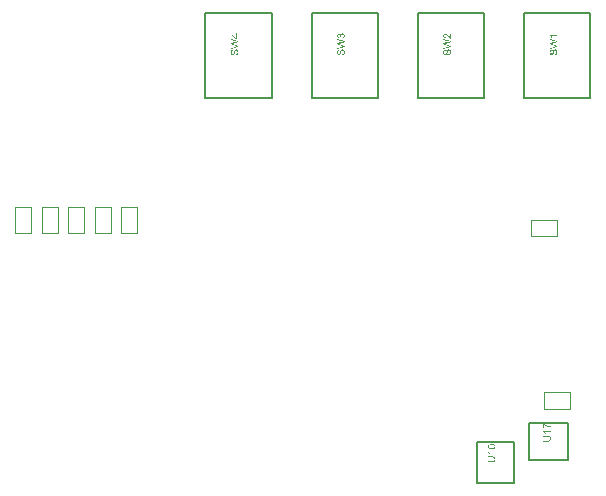
<source format=gbr>
%TF.GenerationSoftware,Altium Limited,Altium Designer,21.1.1 (26)*%
G04 Layer_Color=16711935*
%FSLAX45Y45*%
%MOMM*%
%TF.SameCoordinates,E9E44C67-710E-4D47-B277-6F884E921ACF*%
%TF.FilePolarity,Positive*%
%TF.FileFunction,Other,Top_Assembly*%
%TF.Part,Single*%
G01*
G75*
%TA.AperFunction,NonConductor*%
%ADD87C,0.20000*%
%ADD155C,0.10000*%
G36*
X7495230Y927643D02*
X7496340D01*
X7497542Y927551D01*
X7498836Y927458D01*
X7501794Y927181D01*
X7504846Y926719D01*
X7507804Y926164D01*
X7509191Y925794D01*
X7510578Y925332D01*
X7510670D01*
X7510855Y925239D01*
X7511225Y925055D01*
X7511687Y924870D01*
X7512334Y924685D01*
X7512982Y924315D01*
X7514553Y923575D01*
X7516218Y922651D01*
X7518067Y921449D01*
X7519731Y920062D01*
X7521303Y918398D01*
Y918305D01*
X7521488Y918213D01*
X7521673Y917935D01*
X7521857Y917566D01*
X7522135Y917103D01*
X7522505Y916641D01*
X7523152Y915254D01*
X7523799Y913590D01*
X7524446Y911648D01*
X7524816Y909337D01*
X7525001Y906841D01*
Y905916D01*
X7524908Y905269D01*
X7524816Y904529D01*
X7524631Y903605D01*
X7524446Y902588D01*
X7524169Y901478D01*
X7523799Y900369D01*
X7523429Y899167D01*
X7522874Y897965D01*
X7522227Y896763D01*
X7521488Y895561D01*
X7520563Y894359D01*
X7519546Y893250D01*
X7518437Y892233D01*
X7518344Y892140D01*
X7518067Y891955D01*
X7517604Y891678D01*
X7516865Y891216D01*
X7516033Y890753D01*
X7514923Y890291D01*
X7513629Y889644D01*
X7512150Y889089D01*
X7510485Y888534D01*
X7508544Y887980D01*
X7506417Y887425D01*
X7504013Y886963D01*
X7501425Y886500D01*
X7498651Y886223D01*
X7495600Y886038D01*
X7492364Y885946D01*
X7492272D01*
X7491902D01*
X7491255D01*
X7490515D01*
X7489498Y886038D01*
X7488388D01*
X7487186Y886131D01*
X7485800Y886223D01*
X7482933Y886500D01*
X7479882Y886963D01*
X7476831Y887517D01*
X7475445Y887887D01*
X7474058Y888257D01*
X7473965D01*
X7473780Y888350D01*
X7473411Y888534D01*
X7472948Y888719D01*
X7472301Y888904D01*
X7471654Y889274D01*
X7470082Y890014D01*
X7468418Y890938D01*
X7466661Y892140D01*
X7464905Y893527D01*
X7463425Y895191D01*
Y895284D01*
X7463240Y895376D01*
X7463055Y895654D01*
X7462871Y896023D01*
X7462501Y896486D01*
X7462223Y897040D01*
X7461484Y898427D01*
X7460836Y900091D01*
X7460189Y902033D01*
X7459819Y904344D01*
X7459635Y906841D01*
Y907673D01*
X7459727Y908690D01*
X7459912Y909892D01*
X7460189Y911279D01*
X7460559Y912758D01*
X7461021Y914330D01*
X7461761Y915809D01*
Y915901D01*
X7461854Y915994D01*
X7462131Y916456D01*
X7462593Y917196D01*
X7463240Y918120D01*
X7464165Y919137D01*
X7465182Y920247D01*
X7466384Y921264D01*
X7467771Y922281D01*
X7467956Y922373D01*
X7468418Y922743D01*
X7469250Y923113D01*
X7470452Y923760D01*
X7471839Y924315D01*
X7473411Y925055D01*
X7475260Y925702D01*
X7477294Y926256D01*
X7477386D01*
X7477571Y926349D01*
X7477848Y926441D01*
X7478311Y926534D01*
X7478865Y926626D01*
X7479513Y926719D01*
X7480345Y926904D01*
X7481269Y926996D01*
X7482286Y927181D01*
X7483396Y927273D01*
X7484690Y927366D01*
X7485985Y927551D01*
X7487464Y927643D01*
X7488943D01*
X7490607Y927736D01*
X7492364D01*
X7492456D01*
X7492826D01*
X7493473D01*
X7494213D01*
X7495230Y927643D01*
D02*
G37*
G36*
X7523891Y857931D02*
X7473873D01*
X7473965Y857839D01*
X7474335Y857377D01*
X7474890Y856822D01*
X7475537Y855897D01*
X7476369Y854880D01*
X7477294Y853586D01*
X7478311Y852107D01*
X7479328Y850443D01*
Y850350D01*
X7479420Y850258D01*
X7479790Y849703D01*
X7480252Y848778D01*
X7480807Y847669D01*
X7481454Y846374D01*
X7482101Y844988D01*
X7482749Y843601D01*
X7483303Y842214D01*
X7475722D01*
Y842306D01*
X7475537Y842491D01*
X7475445Y842861D01*
X7475167Y843323D01*
X7474890Y843878D01*
X7474520Y844525D01*
X7473595Y846097D01*
X7472578Y847946D01*
X7471284Y849795D01*
X7469805Y851737D01*
X7468233Y853679D01*
X7468141Y853771D01*
X7468048Y853863D01*
X7467771Y854141D01*
X7467493Y854511D01*
X7466569Y855343D01*
X7465459Y856452D01*
X7464165Y857562D01*
X7462686Y858764D01*
X7461206Y859781D01*
X7459635Y860705D01*
Y865790D01*
X7523891D01*
Y857931D01*
D02*
G37*
G36*
X7499298Y825202D02*
X7500223D01*
X7501332Y825110D01*
X7502442Y825017D01*
X7504938Y824740D01*
X7507527Y824370D01*
X7510023Y823815D01*
X7511225Y823445D01*
X7512334Y823076D01*
X7512427D01*
X7512612Y822983D01*
X7512889Y822798D01*
X7513259Y822613D01*
X7514276Y822059D01*
X7515570Y821226D01*
X7517050Y820117D01*
X7518529Y818823D01*
X7520101Y817158D01*
X7521488Y815124D01*
Y815032D01*
X7521673Y814847D01*
X7521765Y814570D01*
X7522042Y814107D01*
X7522320Y813553D01*
X7522597Y812813D01*
X7522874Y812073D01*
X7523244Y811149D01*
X7523614Y810132D01*
X7523891Y809022D01*
X7524169Y807820D01*
X7524446Y806433D01*
X7524631Y805047D01*
X7524816Y803567D01*
X7525001Y800239D01*
Y799407D01*
X7524908Y798760D01*
Y798020D01*
X7524816Y797095D01*
X7524724Y796078D01*
X7524631Y795061D01*
X7524261Y792750D01*
X7523707Y790254D01*
X7522967Y787850D01*
X7521950Y785538D01*
Y785446D01*
X7521765Y785261D01*
X7521580Y784984D01*
X7521395Y784614D01*
X7520656Y783597D01*
X7519639Y782395D01*
X7518344Y781008D01*
X7516865Y779714D01*
X7515016Y778419D01*
X7512982Y777402D01*
X7512889D01*
X7512704Y777310D01*
X7512334Y777217D01*
X7511872Y777032D01*
X7511317Y776848D01*
X7510578Y776663D01*
X7509746Y776385D01*
X7508729Y776200D01*
X7507619Y776015D01*
X7506417Y775738D01*
X7505123Y775553D01*
X7503736Y775368D01*
X7502164Y775183D01*
X7500500Y775091D01*
X7498743Y774998D01*
X7496894D01*
X7459912D01*
Y783504D01*
X7496894D01*
X7496987D01*
X7497264D01*
X7497726D01*
X7498281D01*
X7498928Y783597D01*
X7499760D01*
X7501517Y783689D01*
X7503551Y783874D01*
X7505585Y784152D01*
X7507527Y784521D01*
X7508359Y784706D01*
X7509191Y784984D01*
X7509376Y785076D01*
X7509838Y785261D01*
X7510485Y785723D01*
X7511410Y786278D01*
X7512334Y786925D01*
X7513351Y787850D01*
X7514369Y788959D01*
X7515201Y790254D01*
X7515293Y790439D01*
X7515570Y790901D01*
X7515848Y791733D01*
X7516218Y792842D01*
X7516680Y794137D01*
X7516957Y795801D01*
X7517235Y797558D01*
X7517327Y799499D01*
Y800424D01*
X7517235Y800979D01*
Y801811D01*
X7517142Y802643D01*
X7516772Y804677D01*
X7516310Y806896D01*
X7515570Y809022D01*
X7514553Y811056D01*
X7513906Y811981D01*
X7513167Y812813D01*
X7513074Y812905D01*
X7512982Y812998D01*
X7512704Y813183D01*
X7512334Y813460D01*
X7511780Y813738D01*
X7511225Y814107D01*
X7510393Y814477D01*
X7509561Y814847D01*
X7508544Y815217D01*
X7507342Y815494D01*
X7505955Y815864D01*
X7504476Y816141D01*
X7502812Y816419D01*
X7501055Y816604D01*
X7499021Y816789D01*
X7496894D01*
X7459912D01*
Y825295D01*
X7496894D01*
X7496987D01*
X7497357D01*
X7497819D01*
X7498466D01*
X7499298Y825202D01*
D02*
G37*
G36*
X5333044Y4396782D02*
X5348392D01*
Y4388923D01*
X5333044D01*
Y4361094D01*
X5325833D01*
X5284412Y4390403D01*
Y4396782D01*
X5325833D01*
Y4405473D01*
X5333044D01*
Y4396782D01*
D02*
G37*
G36*
X5348392Y4341493D02*
Y4333172D01*
X5299668Y4319766D01*
X5299575D01*
X5299390Y4319674D01*
X5299113Y4319581D01*
X5298651Y4319489D01*
X5297634Y4319212D01*
X5296432Y4318934D01*
X5295137Y4318564D01*
X5293935Y4318195D01*
X5292918Y4317917D01*
X5292456Y4317825D01*
X5292179Y4317732D01*
X5292271D01*
X5292364Y4317640D01*
X5292918Y4317547D01*
X5293750Y4317362D01*
X5294767Y4317085D01*
X5295877Y4316808D01*
X5297171Y4316438D01*
X5298466Y4316161D01*
X5299668Y4315791D01*
X5348392Y4302292D01*
Y4293416D01*
X5284412Y4276682D01*
Y4285465D01*
X5326387Y4294988D01*
X5326480D01*
X5326665Y4295081D01*
X5327035Y4295173D01*
X5327497Y4295265D01*
X5328144Y4295358D01*
X5328791Y4295543D01*
X5329623Y4295728D01*
X5330548Y4295913D01*
X5332489Y4296375D01*
X5334708Y4296837D01*
X5337112Y4297300D01*
X5339516Y4297762D01*
X5339424D01*
X5339054Y4297854D01*
X5338592Y4298039D01*
X5337852Y4298132D01*
X5337112Y4298317D01*
X5336188Y4298594D01*
X5334154Y4299056D01*
X5332120Y4299611D01*
X5331103Y4299796D01*
X5330178Y4300073D01*
X5329346Y4300258D01*
X5328606Y4300443D01*
X5328052Y4300628D01*
X5327682Y4300720D01*
X5284412Y4312832D01*
Y4323095D01*
X5316864Y4332155D01*
X5316957D01*
X5317419Y4332340D01*
X5318066Y4332525D01*
X5318898Y4332710D01*
X5320008Y4332988D01*
X5321210Y4333357D01*
X5322597Y4333727D01*
X5324168Y4334097D01*
X5325925Y4334559D01*
X5327682Y4334929D01*
X5331472Y4335761D01*
X5335448Y4336593D01*
X5339516Y4337241D01*
X5339424D01*
X5339239Y4337333D01*
X5338869D01*
X5338407Y4337518D01*
X5337852Y4337610D01*
X5337205Y4337795D01*
X5336373Y4337888D01*
X5335448Y4338165D01*
X5333414Y4338627D01*
X5331010Y4339182D01*
X5328421Y4339737D01*
X5325555Y4340476D01*
X5284412Y4350462D01*
Y4359060D01*
X5348392Y4341493D01*
D02*
G37*
G36*
X5332305Y4270765D02*
X5333599Y4270580D01*
X5335078Y4270210D01*
X5336650Y4269748D01*
X5338314Y4269008D01*
X5340071Y4267991D01*
X5340163D01*
X5340256Y4267898D01*
X5340811Y4267436D01*
X5341643Y4266789D01*
X5342567Y4265864D01*
X5343677Y4264663D01*
X5344879Y4263183D01*
X5345988Y4261519D01*
X5347005Y4259577D01*
Y4259485D01*
X5347098Y4259300D01*
X5347190Y4259023D01*
X5347375Y4258653D01*
X5347560Y4258098D01*
X5347837Y4257451D01*
X5348207Y4255972D01*
X5348669Y4254215D01*
X5349132Y4252089D01*
X5349409Y4249777D01*
X5349501Y4247281D01*
Y4245802D01*
X5349409Y4245062D01*
Y4244230D01*
X5349316Y4243305D01*
X5349224Y4242196D01*
X5348854Y4239884D01*
X5348484Y4237480D01*
X5347837Y4235077D01*
X5347005Y4232765D01*
Y4232673D01*
X5346913Y4232488D01*
X5346728Y4232210D01*
X5346543Y4231841D01*
X5345988Y4230731D01*
X5345156Y4229437D01*
X5344046Y4227958D01*
X5342752Y4226386D01*
X5341180Y4224906D01*
X5339424Y4223520D01*
X5339331D01*
X5339146Y4223335D01*
X5338869Y4223242D01*
X5338499Y4222965D01*
X5338037Y4222780D01*
X5337482Y4222503D01*
X5336095Y4221855D01*
X5334339Y4221208D01*
X5332397Y4220653D01*
X5330178Y4220284D01*
X5327867Y4220099D01*
X5327127Y4228050D01*
X5327219D01*
X5327312D01*
X5327589Y4228142D01*
X5327959D01*
X5328791Y4228327D01*
X5329993Y4228605D01*
X5331195Y4228975D01*
X5332582Y4229344D01*
X5333876Y4229992D01*
X5335078Y4230639D01*
X5335171Y4230731D01*
X5335541Y4231009D01*
X5336188Y4231471D01*
X5336835Y4232210D01*
X5337667Y4233135D01*
X5338499Y4234152D01*
X5339331Y4235539D01*
X5340071Y4237018D01*
Y4237111D01*
X5340163Y4237203D01*
X5340256Y4237480D01*
X5340348Y4237758D01*
X5340626Y4238682D01*
X5340995Y4239884D01*
X5341365Y4241364D01*
X5341643Y4243028D01*
X5341828Y4244877D01*
X5341920Y4246911D01*
Y4247743D01*
X5341828Y4248668D01*
X5341735Y4249777D01*
X5341550Y4251072D01*
X5341365Y4252551D01*
X5340995Y4254030D01*
X5340533Y4255417D01*
X5340441Y4255602D01*
X5340256Y4256064D01*
X5339886Y4256711D01*
X5339516Y4257543D01*
X5338869Y4258376D01*
X5338222Y4259300D01*
X5337482Y4260225D01*
X5336558Y4260964D01*
X5336465Y4261057D01*
X5336095Y4261242D01*
X5335633Y4261519D01*
X5334893Y4261889D01*
X5334154Y4262259D01*
X5333229Y4262536D01*
X5332212Y4262721D01*
X5331103Y4262813D01*
X5331010D01*
X5330548D01*
X5329993Y4262721D01*
X5329254Y4262629D01*
X5328514Y4262351D01*
X5327589Y4262074D01*
X5326665Y4261611D01*
X5325833Y4260964D01*
X5325740Y4260872D01*
X5325463Y4260594D01*
X5325093Y4260225D01*
X5324538Y4259577D01*
X5323984Y4258838D01*
X5323336Y4257821D01*
X5322689Y4256619D01*
X5322134Y4255232D01*
X5322042Y4255140D01*
X5321949Y4254677D01*
X5321672Y4253938D01*
X5321580Y4253475D01*
X5321395Y4252828D01*
X5321117Y4252181D01*
X5320932Y4251349D01*
X5320655Y4250424D01*
X5320378Y4249315D01*
X5320100Y4248205D01*
X5319731Y4246911D01*
X5319361Y4245432D01*
X5318991Y4243860D01*
Y4243767D01*
X5318898Y4243490D01*
X5318806Y4243028D01*
X5318621Y4242473D01*
X5318436Y4241733D01*
X5318251Y4240901D01*
X5317697Y4239052D01*
X5317049Y4237018D01*
X5316402Y4234892D01*
X5315755Y4233043D01*
X5315385Y4232210D01*
X5315015Y4231471D01*
Y4231378D01*
X5314923Y4231286D01*
X5314553Y4230731D01*
X5314091Y4229899D01*
X5313351Y4228975D01*
X5312519Y4227865D01*
X5311502Y4226756D01*
X5310300Y4225646D01*
X5309006Y4224722D01*
X5308821Y4224629D01*
X5308358Y4224352D01*
X5307619Y4223982D01*
X5306694Y4223612D01*
X5305492Y4223242D01*
X5304105Y4222872D01*
X5302626Y4222595D01*
X5301054Y4222503D01*
X5300962D01*
X5300870D01*
X5300592D01*
X5300222D01*
X5299298Y4222688D01*
X5298096Y4222872D01*
X5296709Y4223150D01*
X5295137Y4223612D01*
X5293565Y4224259D01*
X5291994Y4225184D01*
X5291901D01*
X5291809Y4225276D01*
X5291254Y4225739D01*
X5290514Y4226386D01*
X5289590Y4227218D01*
X5288573Y4228327D01*
X5287463Y4229714D01*
X5286446Y4231378D01*
X5285522Y4233228D01*
Y4233320D01*
X5285429Y4233505D01*
X5285337Y4233782D01*
X5285152Y4234152D01*
X5284967Y4234614D01*
X5284782Y4235262D01*
X5284412Y4236648D01*
X5284043Y4238405D01*
X5283673Y4240439D01*
X5283395Y4242566D01*
X5283303Y4244969D01*
Y4246171D01*
X5283395Y4246819D01*
Y4247466D01*
X5283580Y4249222D01*
X5283858Y4251164D01*
X5284320Y4253198D01*
X5284875Y4255417D01*
X5285614Y4257451D01*
Y4257543D01*
X5285707Y4257728D01*
X5285892Y4258006D01*
X5286077Y4258376D01*
X5286539Y4259300D01*
X5287371Y4260502D01*
X5288295Y4261889D01*
X5289497Y4263276D01*
X5290884Y4264570D01*
X5292456Y4265772D01*
X5292548D01*
X5292641Y4265864D01*
X5292918Y4266049D01*
X5293196Y4266234D01*
X5294120Y4266697D01*
X5295322Y4267251D01*
X5296801Y4267898D01*
X5298558Y4268361D01*
X5300407Y4268823D01*
X5302441Y4269008D01*
X5303088Y4260872D01*
X5302996D01*
X5302811D01*
X5302534Y4260779D01*
X5302071Y4260687D01*
X5301054Y4260410D01*
X5299668Y4260040D01*
X5298188Y4259485D01*
X5296709Y4258653D01*
X5295322Y4257636D01*
X5294028Y4256341D01*
X5293935Y4256157D01*
X5293565Y4255694D01*
X5293011Y4254770D01*
X5292456Y4253568D01*
X5291901Y4251996D01*
X5291347Y4250147D01*
X5290977Y4247836D01*
X5290884Y4245247D01*
Y4243952D01*
X5290977Y4243398D01*
X5291069Y4242658D01*
X5291254Y4240994D01*
X5291624Y4239145D01*
X5292086Y4237296D01*
X5292826Y4235539D01*
X5293288Y4234799D01*
X5293750Y4234060D01*
X5293843Y4233875D01*
X5294213Y4233505D01*
X5294860Y4232950D01*
X5295600Y4232395D01*
X5296617Y4231748D01*
X5297726Y4231193D01*
X5299020Y4230824D01*
X5300500Y4230639D01*
X5300685D01*
X5301054D01*
X5301702Y4230731D01*
X5302441Y4230916D01*
X5303366Y4231193D01*
X5304290Y4231656D01*
X5305215Y4232210D01*
X5306140Y4233043D01*
X5306232Y4233135D01*
X5306509Y4233597D01*
X5306787Y4233967D01*
X5306972Y4234337D01*
X5307249Y4234892D01*
X5307619Y4235539D01*
X5307896Y4236371D01*
X5308266Y4237296D01*
X5308636Y4238313D01*
X5309098Y4239515D01*
X5309468Y4240809D01*
X5309930Y4242288D01*
X5310300Y4243952D01*
X5310762Y4245802D01*
Y4245894D01*
X5310855Y4246264D01*
X5310947Y4246819D01*
X5311132Y4247466D01*
X5311317Y4248298D01*
X5311594Y4249315D01*
X5311872Y4250332D01*
X5312149Y4251441D01*
X5312796Y4253845D01*
X5313444Y4256157D01*
X5313813Y4257266D01*
X5314183Y4258283D01*
X5314461Y4259208D01*
X5314830Y4259947D01*
Y4260040D01*
X5314923Y4260225D01*
X5315108Y4260502D01*
X5315293Y4260872D01*
X5315847Y4261889D01*
X5316587Y4263091D01*
X5317604Y4264478D01*
X5318714Y4265864D01*
X5320008Y4267159D01*
X5321395Y4268268D01*
X5321580Y4268361D01*
X5322042Y4268731D01*
X5322874Y4269100D01*
X5323984Y4269655D01*
X5325278Y4270117D01*
X5326850Y4270580D01*
X5328606Y4270857D01*
X5330455Y4270950D01*
X5330548D01*
X5330640D01*
X5330918D01*
X5331288D01*
X5332305Y4270765D01*
D02*
G37*
G36*
X7935854Y1102830D02*
X7936039Y1102645D01*
X7936409Y1102275D01*
X7936964Y1101905D01*
X7937611Y1101351D01*
X7938351Y1100611D01*
X7939275Y1099871D01*
X7940385Y1099039D01*
X7941494Y1098207D01*
X7942789Y1097190D01*
X7944268Y1096173D01*
X7945747Y1095156D01*
X7947411Y1094047D01*
X7949168Y1092937D01*
X7951110Y1091828D01*
X7953051Y1090718D01*
X7953144Y1090626D01*
X7953513Y1090441D01*
X7954068Y1090163D01*
X7954900Y1089701D01*
X7955917Y1089239D01*
X7957027Y1088684D01*
X7958321Y1088037D01*
X7959800Y1087390D01*
X7961465Y1086650D01*
X7963129Y1085818D01*
X7964978Y1085078D01*
X7966920Y1084339D01*
X7970895Y1082859D01*
X7975148Y1081473D01*
X7975241D01*
X7975518Y1081380D01*
X7975980Y1081288D01*
X7976535Y1081103D01*
X7977275Y1080918D01*
X7978199Y1080733D01*
X7979216Y1080456D01*
X7980326Y1080271D01*
X7981620Y1079993D01*
X7983007Y1079716D01*
X7985965Y1079254D01*
X7989201Y1078791D01*
X7992715Y1078514D01*
Y1070470D01*
X7992622D01*
X7992345D01*
X7991975D01*
X7991420Y1070563D01*
X7990681D01*
X7989756Y1070655D01*
X7988739Y1070748D01*
X7987630Y1070840D01*
X7986335Y1071025D01*
X7985041Y1071210D01*
X7983469Y1071487D01*
X7981897Y1071765D01*
X7980233Y1072042D01*
X7978384Y1072412D01*
X7974593Y1073336D01*
X7974501D01*
X7974131Y1073429D01*
X7973576Y1073614D01*
X7972744Y1073891D01*
X7971820Y1074169D01*
X7970710Y1074538D01*
X7969416Y1074908D01*
X7968029Y1075463D01*
X7966457Y1076018D01*
X7964886Y1076572D01*
X7961372Y1077959D01*
X7957674Y1079623D01*
X7953976Y1081473D01*
X7953883Y1081565D01*
X7953513Y1081750D01*
X7953051Y1082027D01*
X7952312Y1082397D01*
X7951479Y1082859D01*
X7950462Y1083507D01*
X7949353Y1084154D01*
X7948151Y1084893D01*
X7945470Y1086650D01*
X7942696Y1088499D01*
X7939830Y1090626D01*
X7937149Y1092845D01*
Y1061502D01*
X7929567D01*
Y1102922D01*
X7935762D01*
X7935854Y1102830D01*
D02*
G37*
G36*
X7992715Y1032933D02*
X7942696D01*
X7942789Y1032841D01*
X7943158Y1032378D01*
X7943713Y1031824D01*
X7944360Y1030899D01*
X7945192Y1029882D01*
X7946117Y1028588D01*
X7947134Y1027108D01*
X7948151Y1025444D01*
Y1025352D01*
X7948243Y1025259D01*
X7948613Y1024705D01*
X7949076Y1023780D01*
X7949630Y1022671D01*
X7950277Y1021376D01*
X7950925Y1019989D01*
X7951572Y1018602D01*
X7952127Y1017216D01*
X7944545D01*
Y1017308D01*
X7944360Y1017493D01*
X7944268Y1017863D01*
X7943990Y1018325D01*
X7943713Y1018880D01*
X7943343Y1019527D01*
X7942419Y1021099D01*
X7941402Y1022948D01*
X7940107Y1024797D01*
X7938628Y1026739D01*
X7937056Y1028680D01*
X7936964Y1028773D01*
X7936871Y1028865D01*
X7936594Y1029142D01*
X7936317Y1029512D01*
X7935392Y1030344D01*
X7934283Y1031454D01*
X7932988Y1032563D01*
X7931509Y1033765D01*
X7930030Y1034782D01*
X7928458Y1035707D01*
Y1040792D01*
X7992715D01*
Y1032933D01*
D02*
G37*
G36*
X7968121Y1000204D02*
X7969046D01*
X7970156Y1000111D01*
X7971265Y1000019D01*
X7973761Y999741D01*
X7976350Y999372D01*
X7978846Y998817D01*
X7980048Y998447D01*
X7981158Y998077D01*
X7981250D01*
X7981435Y997985D01*
X7981713Y997800D01*
X7982082Y997615D01*
X7983099Y997060D01*
X7984394Y996228D01*
X7985873Y995119D01*
X7987352Y993824D01*
X7988924Y992160D01*
X7990311Y990126D01*
Y990034D01*
X7990496Y989849D01*
X7990588Y989571D01*
X7990866Y989109D01*
X7991143Y988554D01*
X7991420Y987815D01*
X7991698Y987075D01*
X7992068Y986150D01*
X7992437Y985133D01*
X7992715Y984024D01*
X7992992Y982822D01*
X7993270Y981435D01*
X7993454Y980048D01*
X7993639Y978569D01*
X7993824Y975241D01*
Y974409D01*
X7993732Y973761D01*
Y973022D01*
X7993639Y972097D01*
X7993547Y971080D01*
X7993454Y970063D01*
X7993085Y967752D01*
X7992530Y965255D01*
X7991790Y962852D01*
X7990773Y960540D01*
Y960448D01*
X7990588Y960263D01*
X7990403Y959985D01*
X7990218Y959616D01*
X7989479Y958599D01*
X7988462Y957397D01*
X7987167Y956010D01*
X7985688Y954715D01*
X7983839Y953421D01*
X7981805Y952404D01*
X7981713D01*
X7981528Y952312D01*
X7981158Y952219D01*
X7980695Y952034D01*
X7980141Y951849D01*
X7979401Y951664D01*
X7978569Y951387D01*
X7977552Y951202D01*
X7976443Y951017D01*
X7975241Y950740D01*
X7973946Y950555D01*
X7972559Y950370D01*
X7970988Y950185D01*
X7969323Y950093D01*
X7967567Y950000D01*
X7965718D01*
X7928735D01*
Y958506D01*
X7965718D01*
X7965810D01*
X7966087D01*
X7966550D01*
X7967104D01*
X7967752Y958599D01*
X7968584D01*
X7970340Y958691D01*
X7972374Y958876D01*
X7974408Y959153D01*
X7976350Y959523D01*
X7977182Y959708D01*
X7978014Y959985D01*
X7978199Y960078D01*
X7978661Y960263D01*
X7979309Y960725D01*
X7980233Y961280D01*
X7981158Y961927D01*
X7982175Y962852D01*
X7983192Y963961D01*
X7984024Y965255D01*
X7984116Y965440D01*
X7984394Y965903D01*
X7984671Y966735D01*
X7985041Y967844D01*
X7985503Y969139D01*
X7985781Y970803D01*
X7986058Y972559D01*
X7986150Y974501D01*
Y975426D01*
X7986058Y975980D01*
Y976812D01*
X7985965Y977644D01*
X7985596Y979679D01*
X7985133Y981897D01*
X7984394Y984024D01*
X7983377Y986058D01*
X7982730Y986983D01*
X7981990Y987815D01*
X7981897Y987907D01*
X7981805Y988000D01*
X7981528Y988184D01*
X7981158Y988462D01*
X7980603Y988739D01*
X7980048Y989109D01*
X7979216Y989479D01*
X7978384Y989849D01*
X7977367Y990218D01*
X7976165Y990496D01*
X7974778Y990866D01*
X7973299Y991143D01*
X7971635Y991420D01*
X7969878Y991605D01*
X7967844Y991790D01*
X7965718D01*
X7928735D01*
Y1000296D01*
X7965718D01*
X7965810D01*
X7966180D01*
X7966642D01*
X7967289D01*
X7968121Y1000204D01*
D02*
G37*
G36*
X6230917Y4405658D02*
X6231657Y4405565D01*
X6232489Y4405380D01*
X6233414Y4405195D01*
X6234431Y4405010D01*
X6236650Y4404271D01*
X6237852Y4403716D01*
X6238961Y4403161D01*
X6240163Y4402422D01*
X6241365Y4401590D01*
X6242567Y4400665D01*
X6243676Y4399556D01*
X6243769Y4399463D01*
X6243954Y4399278D01*
X6244231Y4398908D01*
X6244601Y4398446D01*
X6245063Y4397891D01*
X6245525Y4397152D01*
X6246080Y4396320D01*
X6246542Y4395303D01*
X6247097Y4394286D01*
X6247652Y4393084D01*
X6248114Y4391882D01*
X6248577Y4390495D01*
X6248946Y4389016D01*
X6249224Y4387444D01*
X6249409Y4385872D01*
X6249501Y4384115D01*
Y4383283D01*
X6249409Y4382729D01*
X6249316Y4381989D01*
X6249224Y4381157D01*
X6249039Y4380232D01*
X6248854Y4379215D01*
X6248299Y4376996D01*
X6247375Y4374685D01*
X6246820Y4373483D01*
X6246173Y4372374D01*
X6245341Y4371264D01*
X6244508Y4370155D01*
X6244416Y4370062D01*
X6244231Y4369877D01*
X6243954Y4369600D01*
X6243584Y4369322D01*
X6243122Y4368860D01*
X6242474Y4368398D01*
X6241827Y4367843D01*
X6240995Y4367288D01*
X6240071Y4366734D01*
X6239146Y4366179D01*
X6236927Y4365162D01*
X6234338Y4364330D01*
X6232951Y4364052D01*
X6231472Y4363868D01*
X6230455Y4371726D01*
X6230548D01*
X6230733Y4371819D01*
X6231102Y4371911D01*
X6231565Y4372004D01*
X6232119Y4372096D01*
X6232767Y4372281D01*
X6234153Y4372743D01*
X6235818Y4373391D01*
X6237389Y4374223D01*
X6238869Y4375147D01*
X6240163Y4376257D01*
X6240255Y4376442D01*
X6240625Y4376811D01*
X6241088Y4377551D01*
X6241550Y4378476D01*
X6242105Y4379585D01*
X6242567Y4380972D01*
X6242937Y4382544D01*
X6243029Y4384208D01*
Y4384763D01*
X6242937Y4385132D01*
X6242844Y4386149D01*
X6242567Y4387444D01*
X6242105Y4388923D01*
X6241457Y4390495D01*
X6240533Y4392067D01*
X6239238Y4393546D01*
X6239054Y4393731D01*
X6238499Y4394193D01*
X6237667Y4394748D01*
X6236557Y4395488D01*
X6235170Y4396227D01*
X6233599Y4396782D01*
X6231750Y4397244D01*
X6229716Y4397429D01*
X6229623D01*
X6229438D01*
X6229161D01*
X6228791Y4397337D01*
X6227774Y4397244D01*
X6226572Y4396967D01*
X6225093Y4396597D01*
X6223613Y4395950D01*
X6222134Y4395025D01*
X6220747Y4393823D01*
X6220562Y4393638D01*
X6220193Y4393176D01*
X6219638Y4392436D01*
X6218991Y4391419D01*
X6218343Y4390125D01*
X6217789Y4388553D01*
X6217419Y4386797D01*
X6217234Y4384855D01*
Y4384023D01*
X6217326Y4383376D01*
X6217419Y4382544D01*
X6217604Y4381619D01*
X6217789Y4380510D01*
X6218066Y4379308D01*
X6211132Y4380232D01*
Y4380695D01*
X6211224Y4381064D01*
Y4382266D01*
X6211039Y4383283D01*
X6210854Y4384485D01*
X6210577Y4385872D01*
X6210115Y4387444D01*
X6209468Y4388923D01*
X6208636Y4390495D01*
Y4390587D01*
X6208543Y4390680D01*
X6208173Y4391142D01*
X6207526Y4391789D01*
X6206694Y4392529D01*
X6205492Y4393269D01*
X6204105Y4393916D01*
X6202533Y4394378D01*
X6201609Y4394563D01*
X6200592D01*
X6200499D01*
X6200407D01*
X6199852D01*
X6199113Y4394378D01*
X6198096Y4394193D01*
X6196986Y4393823D01*
X6195784Y4393361D01*
X6194582Y4392621D01*
X6193473Y4391604D01*
X6193380Y4391512D01*
X6193010Y4391050D01*
X6192548Y4390402D01*
X6191993Y4389570D01*
X6191531Y4388461D01*
X6191069Y4387166D01*
X6190699Y4385687D01*
X6190607Y4384023D01*
Y4383283D01*
X6190792Y4382451D01*
X6190976Y4381342D01*
X6191346Y4380140D01*
X6191809Y4378938D01*
X6192548Y4377644D01*
X6193473Y4376442D01*
X6193565Y4376349D01*
X6194027Y4375979D01*
X6194675Y4375425D01*
X6195599Y4374777D01*
X6196801Y4374130D01*
X6198280Y4373483D01*
X6200037Y4372928D01*
X6202071Y4372558D01*
X6200684Y4364700D01*
X6200592D01*
X6200314Y4364792D01*
X6199945Y4364885D01*
X6199390Y4364977D01*
X6198743Y4365162D01*
X6198003Y4365439D01*
X6196246Y4365994D01*
X6194212Y4366919D01*
X6192178Y4368028D01*
X6190237Y4369415D01*
X6188480Y4371172D01*
X6188388Y4371264D01*
X6188295Y4371449D01*
X6188110Y4371726D01*
X6187833Y4372096D01*
X6187463Y4372558D01*
X6187093Y4373206D01*
X6186723Y4373853D01*
X6186261Y4374685D01*
X6185522Y4376534D01*
X6184782Y4378661D01*
X6184320Y4381157D01*
X6184135Y4382451D01*
Y4384763D01*
X6184227Y4385780D01*
X6184412Y4386982D01*
X6184689Y4388461D01*
X6185152Y4390125D01*
X6185706Y4391789D01*
X6186446Y4393453D01*
Y4393546D01*
X6186539Y4393638D01*
X6186816Y4394193D01*
X6187371Y4395025D01*
X6188018Y4395950D01*
X6188942Y4397059D01*
X6189959Y4398169D01*
X6191161Y4399278D01*
X6192548Y4400203D01*
X6192733Y4400295D01*
X6193195Y4400573D01*
X6194027Y4400942D01*
X6195045Y4401405D01*
X6196246Y4401867D01*
X6197633Y4402237D01*
X6199205Y4402514D01*
X6200777Y4402607D01*
X6200962D01*
X6201516D01*
X6202256Y4402514D01*
X6203273Y4402329D01*
X6204475Y4402052D01*
X6205769Y4401590D01*
X6207064Y4401035D01*
X6208358Y4400295D01*
X6208543Y4400203D01*
X6208913Y4399925D01*
X6209560Y4399371D01*
X6210300Y4398631D01*
X6211132Y4397706D01*
X6212056Y4396597D01*
X6212889Y4395303D01*
X6213721Y4393731D01*
Y4393823D01*
X6213813Y4394008D01*
X6213906Y4394286D01*
X6213998Y4394655D01*
X6214368Y4395672D01*
X6214923Y4396967D01*
X6215662Y4398446D01*
X6216587Y4399925D01*
X6217789Y4401312D01*
X6219176Y4402607D01*
X6219360Y4402699D01*
X6219915Y4403069D01*
X6220840Y4403624D01*
X6222042Y4404178D01*
X6223521Y4404733D01*
X6225278Y4405288D01*
X6227312Y4405658D01*
X6229531Y4405750D01*
X6229623D01*
X6229900D01*
X6230363D01*
X6230917Y4405658D01*
D02*
G37*
G36*
X6248392Y4341493D02*
Y4333172D01*
X6199667Y4319766D01*
X6199575D01*
X6199390Y4319674D01*
X6199113Y4319581D01*
X6198650Y4319489D01*
X6197633Y4319211D01*
X6196431Y4318934D01*
X6195137Y4318564D01*
X6193935Y4318194D01*
X6192918Y4317917D01*
X6192456Y4317824D01*
X6192178Y4317732D01*
X6192271D01*
X6192363Y4317640D01*
X6192918Y4317547D01*
X6193750Y4317362D01*
X6194767Y4317085D01*
X6195877Y4316807D01*
X6197171Y4316438D01*
X6198465Y4316160D01*
X6199667Y4315790D01*
X6248392Y4302292D01*
Y4293416D01*
X6184412Y4276682D01*
Y4285465D01*
X6226387Y4294988D01*
X6226480D01*
X6226664Y4295080D01*
X6227034Y4295173D01*
X6227497Y4295265D01*
X6228144Y4295358D01*
X6228791Y4295543D01*
X6229623Y4295728D01*
X6230548Y4295912D01*
X6232489Y4296375D01*
X6234708Y4296837D01*
X6237112Y4297299D01*
X6239516Y4297762D01*
X6239423D01*
X6239054Y4297854D01*
X6238591Y4298039D01*
X6237852Y4298131D01*
X6237112Y4298316D01*
X6236187Y4298594D01*
X6234153Y4299056D01*
X6232119Y4299611D01*
X6231102Y4299796D01*
X6230178Y4300073D01*
X6229346Y4300258D01*
X6228606Y4300443D01*
X6228051Y4300628D01*
X6227681Y4300720D01*
X6184412Y4312832D01*
Y4323094D01*
X6216864Y4332155D01*
X6216957D01*
X6217419Y4332340D01*
X6218066Y4332525D01*
X6218898Y4332710D01*
X6220008Y4332987D01*
X6221210Y4333357D01*
X6222596Y4333727D01*
X6224168Y4334097D01*
X6225925Y4334559D01*
X6227681Y4334929D01*
X6231472Y4335761D01*
X6235448Y4336593D01*
X6239516Y4337240D01*
X6239423D01*
X6239238Y4337333D01*
X6238869D01*
X6238406Y4337518D01*
X6237852Y4337610D01*
X6237204Y4337795D01*
X6236372Y4337887D01*
X6235448Y4338165D01*
X6233414Y4338627D01*
X6231010Y4339182D01*
X6228421Y4339737D01*
X6225555Y4340476D01*
X6184412Y4350461D01*
Y4359060D01*
X6248392Y4341493D01*
D02*
G37*
G36*
X6232304Y4270764D02*
X6233599Y4270579D01*
X6235078Y4270210D01*
X6236650Y4269747D01*
X6238314Y4269008D01*
X6240071Y4267991D01*
X6240163D01*
X6240255Y4267898D01*
X6240810Y4267436D01*
X6241642Y4266789D01*
X6242567Y4265864D01*
X6243676Y4264662D01*
X6244878Y4263183D01*
X6245988Y4261519D01*
X6247005Y4259577D01*
Y4259485D01*
X6247097Y4259300D01*
X6247190Y4259022D01*
X6247375Y4258653D01*
X6247560Y4258098D01*
X6247837Y4257451D01*
X6248207Y4255971D01*
X6248669Y4254215D01*
X6249131Y4252088D01*
X6249409Y4249777D01*
X6249501Y4247281D01*
Y4245801D01*
X6249409Y4245062D01*
Y4244230D01*
X6249316Y4243305D01*
X6249224Y4242195D01*
X6248854Y4239884D01*
X6248484Y4237480D01*
X6247837Y4235076D01*
X6247005Y4232765D01*
Y4232673D01*
X6246912Y4232488D01*
X6246727Y4232210D01*
X6246542Y4231840D01*
X6245988Y4230731D01*
X6245156Y4229437D01*
X6244046Y4227957D01*
X6242752Y4226386D01*
X6241180Y4224906D01*
X6239423Y4223519D01*
X6239331D01*
X6239146Y4223334D01*
X6238869Y4223242D01*
X6238499Y4222965D01*
X6238037Y4222780D01*
X6237482Y4222502D01*
X6236095Y4221855D01*
X6234338Y4221208D01*
X6232397Y4220653D01*
X6230178Y4220283D01*
X6227866Y4220098D01*
X6227127Y4228050D01*
X6227219D01*
X6227312D01*
X6227589Y4228142D01*
X6227959D01*
X6228791Y4228327D01*
X6229993Y4228604D01*
X6231195Y4228974D01*
X6232582Y4229344D01*
X6233876Y4229991D01*
X6235078Y4230638D01*
X6235170Y4230731D01*
X6235540Y4231008D01*
X6236187Y4231471D01*
X6236835Y4232210D01*
X6237667Y4233135D01*
X6238499Y4234152D01*
X6239331Y4235539D01*
X6240071Y4237018D01*
Y4237110D01*
X6240163Y4237203D01*
X6240255Y4237480D01*
X6240348Y4237758D01*
X6240625Y4238682D01*
X6240995Y4239884D01*
X6241365Y4241363D01*
X6241642Y4243028D01*
X6241827Y4244877D01*
X6241920Y4246911D01*
Y4247743D01*
X6241827Y4248667D01*
X6241735Y4249777D01*
X6241550Y4251071D01*
X6241365Y4252551D01*
X6240995Y4254030D01*
X6240533Y4255417D01*
X6240440Y4255602D01*
X6240255Y4256064D01*
X6239886Y4256711D01*
X6239516Y4257543D01*
X6238869Y4258375D01*
X6238221Y4259300D01*
X6237482Y4260224D01*
X6236557Y4260964D01*
X6236465Y4261057D01*
X6236095Y4261241D01*
X6235633Y4261519D01*
X6234893Y4261889D01*
X6234153Y4262258D01*
X6233229Y4262536D01*
X6232212Y4262721D01*
X6231102Y4262813D01*
X6231010D01*
X6230548D01*
X6229993Y4262721D01*
X6229253Y4262628D01*
X6228514Y4262351D01*
X6227589Y4262074D01*
X6226664Y4261611D01*
X6225832Y4260964D01*
X6225740Y4260872D01*
X6225463Y4260594D01*
X6225093Y4260224D01*
X6224538Y4259577D01*
X6223983Y4258838D01*
X6223336Y4257821D01*
X6222689Y4256619D01*
X6222134Y4255232D01*
X6222042Y4255139D01*
X6221949Y4254677D01*
X6221672Y4253937D01*
X6221579Y4253475D01*
X6221394Y4252828D01*
X6221117Y4252181D01*
X6220932Y4251349D01*
X6220655Y4250424D01*
X6220377Y4249315D01*
X6220100Y4248205D01*
X6219730Y4246911D01*
X6219360Y4245431D01*
X6218991Y4243860D01*
Y4243767D01*
X6218898Y4243490D01*
X6218806Y4243028D01*
X6218621Y4242473D01*
X6218436Y4241733D01*
X6218251Y4240901D01*
X6217696Y4239052D01*
X6217049Y4237018D01*
X6216402Y4234891D01*
X6215755Y4233042D01*
X6215385Y4232210D01*
X6215015Y4231471D01*
Y4231378D01*
X6214923Y4231286D01*
X6214553Y4230731D01*
X6214090Y4229899D01*
X6213351Y4228974D01*
X6212519Y4227865D01*
X6211502Y4226755D01*
X6210300Y4225646D01*
X6209005Y4224721D01*
X6208820Y4224629D01*
X6208358Y4224351D01*
X6207619Y4223982D01*
X6206694Y4223612D01*
X6205492Y4223242D01*
X6204105Y4222872D01*
X6202626Y4222595D01*
X6201054Y4222502D01*
X6200962D01*
X6200869D01*
X6200592D01*
X6200222D01*
X6199297Y4222687D01*
X6198096Y4222872D01*
X6196709Y4223150D01*
X6195137Y4223612D01*
X6193565Y4224259D01*
X6191993Y4225184D01*
X6191901D01*
X6191809Y4225276D01*
X6191254Y4225738D01*
X6190514Y4226386D01*
X6189590Y4227218D01*
X6188573Y4228327D01*
X6187463Y4229714D01*
X6186446Y4231378D01*
X6185522Y4233227D01*
Y4233320D01*
X6185429Y4233505D01*
X6185337Y4233782D01*
X6185152Y4234152D01*
X6184967Y4234614D01*
X6184782Y4235261D01*
X6184412Y4236648D01*
X6184042Y4238405D01*
X6183672Y4240439D01*
X6183395Y4242565D01*
X6183303Y4244969D01*
Y4246171D01*
X6183395Y4246818D01*
Y4247465D01*
X6183580Y4249222D01*
X6183857Y4251164D01*
X6184320Y4253198D01*
X6184874Y4255417D01*
X6185614Y4257451D01*
Y4257543D01*
X6185706Y4257728D01*
X6185891Y4258005D01*
X6186076Y4258375D01*
X6186539Y4259300D01*
X6187371Y4260502D01*
X6188295Y4261889D01*
X6189497Y4263275D01*
X6190884Y4264570D01*
X6192456Y4265772D01*
X6192548D01*
X6192641Y4265864D01*
X6192918Y4266049D01*
X6193195Y4266234D01*
X6194120Y4266696D01*
X6195322Y4267251D01*
X6196801Y4267898D01*
X6198558Y4268361D01*
X6200407Y4268823D01*
X6202441Y4269008D01*
X6203088Y4260872D01*
X6202996D01*
X6202811D01*
X6202533Y4260779D01*
X6202071Y4260687D01*
X6201054Y4260409D01*
X6199667Y4260039D01*
X6198188Y4259485D01*
X6196709Y4258653D01*
X6195322Y4257636D01*
X6194027Y4256341D01*
X6193935Y4256156D01*
X6193565Y4255694D01*
X6193010Y4254769D01*
X6192456Y4253568D01*
X6191901Y4251996D01*
X6191346Y4250147D01*
X6190976Y4247835D01*
X6190884Y4245247D01*
Y4243952D01*
X6190976Y4243397D01*
X6191069Y4242658D01*
X6191254Y4240994D01*
X6191624Y4239144D01*
X6192086Y4237295D01*
X6192826Y4235539D01*
X6193288Y4234799D01*
X6193750Y4234059D01*
X6193843Y4233874D01*
X6194212Y4233505D01*
X6194860Y4232950D01*
X6195599Y4232395D01*
X6196616Y4231748D01*
X6197726Y4231193D01*
X6199020Y4230823D01*
X6200499Y4230638D01*
X6200684D01*
X6201054D01*
X6201701Y4230731D01*
X6202441Y4230916D01*
X6203366Y4231193D01*
X6204290Y4231655D01*
X6205215Y4232210D01*
X6206139Y4233042D01*
X6206232Y4233135D01*
X6206509Y4233597D01*
X6206786Y4233967D01*
X6206971Y4234337D01*
X6207249Y4234891D01*
X6207619Y4235539D01*
X6207896Y4236371D01*
X6208266Y4237295D01*
X6208636Y4238312D01*
X6209098Y4239514D01*
X6209468Y4240809D01*
X6209930Y4242288D01*
X6210300Y4243952D01*
X6210762Y4245801D01*
Y4245894D01*
X6210854Y4246264D01*
X6210947Y4246818D01*
X6211132Y4247465D01*
X6211317Y4248298D01*
X6211594Y4249315D01*
X6211871Y4250332D01*
X6212149Y4251441D01*
X6212796Y4253845D01*
X6213443Y4256156D01*
X6213813Y4257266D01*
X6214183Y4258283D01*
X6214460Y4259207D01*
X6214830Y4259947D01*
Y4260039D01*
X6214923Y4260224D01*
X6215107Y4260502D01*
X6215292Y4260872D01*
X6215847Y4261889D01*
X6216587Y4263091D01*
X6217604Y4264477D01*
X6218713Y4265864D01*
X6220008Y4267159D01*
X6221394Y4268268D01*
X6221579Y4268361D01*
X6222042Y4268730D01*
X6222874Y4269100D01*
X6223983Y4269655D01*
X6225278Y4270117D01*
X6226849Y4270579D01*
X6228606Y4270857D01*
X6230455Y4270949D01*
X6230548D01*
X6230640D01*
X6230917D01*
X6231287D01*
X6232304Y4270764D01*
D02*
G37*
G36*
X7148392Y4362666D02*
X7148299D01*
X7147930D01*
X7147375D01*
X7146635Y4362758D01*
X7145803Y4362851D01*
X7144879Y4363036D01*
X7143954Y4363221D01*
X7142937Y4363590D01*
X7142844D01*
X7142752Y4363683D01*
X7142197Y4363868D01*
X7141365Y4364238D01*
X7140256Y4364792D01*
X7138961Y4365532D01*
X7137482Y4366457D01*
X7136003Y4367474D01*
X7134431Y4368768D01*
X7134339D01*
X7134246Y4368953D01*
X7133691Y4369415D01*
X7132859Y4370247D01*
X7131657Y4371449D01*
X7130270Y4372836D01*
X7128606Y4374593D01*
X7126757Y4376719D01*
X7124816Y4379031D01*
X7124723Y4379123D01*
X7124446Y4379493D01*
X7123983Y4380048D01*
X7123429Y4380695D01*
X7122689Y4381527D01*
X7121857Y4382544D01*
X7120932Y4383561D01*
X7119915Y4384763D01*
X7117696Y4387074D01*
X7115478Y4389386D01*
X7114368Y4390495D01*
X7113259Y4391512D01*
X7112242Y4392437D01*
X7111225Y4393176D01*
X7111132D01*
X7111040Y4393361D01*
X7110762Y4393546D01*
X7110392Y4393731D01*
X7109375Y4394378D01*
X7108173Y4395118D01*
X7106694Y4395765D01*
X7105122Y4396412D01*
X7103366Y4396782D01*
X7101702Y4396967D01*
X7101609D01*
X7101517D01*
X7100962Y4396875D01*
X7100037Y4396782D01*
X7099020Y4396505D01*
X7097726Y4396135D01*
X7096432Y4395488D01*
X7095137Y4394656D01*
X7093843Y4393546D01*
X7093658Y4393361D01*
X7093288Y4392899D01*
X7092826Y4392252D01*
X7092179Y4391235D01*
X7091624Y4389940D01*
X7091069Y4388461D01*
X7090699Y4386704D01*
X7090607Y4384763D01*
Y4384208D01*
X7090699Y4383838D01*
X7090792Y4382729D01*
X7091069Y4381434D01*
X7091439Y4380048D01*
X7092086Y4378476D01*
X7092918Y4376997D01*
X7094028Y4375610D01*
X7094213Y4375425D01*
X7094675Y4375055D01*
X7095415Y4374500D01*
X7096524Y4373946D01*
X7097818Y4373298D01*
X7099483Y4372744D01*
X7101332Y4372374D01*
X7103458Y4372189D01*
X7102626Y4364145D01*
X7102534D01*
X7102256Y4364238D01*
X7101794D01*
X7101147Y4364330D01*
X7100407Y4364515D01*
X7099575Y4364700D01*
X7098558Y4364977D01*
X7097541Y4365255D01*
X7095322Y4365994D01*
X7093103Y4367104D01*
X7091994Y4367751D01*
X7090884Y4368583D01*
X7089867Y4369415D01*
X7088943Y4370340D01*
X7088850Y4370432D01*
X7088758Y4370617D01*
X7088480Y4370894D01*
X7088203Y4371357D01*
X7087833Y4371911D01*
X7087463Y4372559D01*
X7087001Y4373298D01*
X7086539Y4374223D01*
X7086077Y4375240D01*
X7085614Y4376349D01*
X7085244Y4377551D01*
X7084875Y4378846D01*
X7084597Y4380233D01*
X7084320Y4381712D01*
X7084227Y4383284D01*
X7084135Y4384948D01*
Y4385872D01*
X7084227Y4386520D01*
X7084320Y4387259D01*
X7084412Y4388184D01*
X7084597Y4389201D01*
X7084782Y4390218D01*
X7085429Y4392622D01*
X7086354Y4395025D01*
X7086909Y4396227D01*
X7087556Y4397429D01*
X7088388Y4398539D01*
X7089312Y4399556D01*
X7089405Y4399648D01*
X7089497Y4399833D01*
X7089867Y4400018D01*
X7090237Y4400388D01*
X7090699Y4400850D01*
X7091346Y4401313D01*
X7091994Y4401775D01*
X7092826Y4402330D01*
X7094582Y4403254D01*
X7096801Y4404179D01*
X7097911Y4404548D01*
X7099205Y4404733D01*
X7100500Y4404918D01*
X7101886Y4405011D01*
X7102071D01*
X7102534D01*
X7103273Y4404918D01*
X7104290Y4404826D01*
X7105400Y4404641D01*
X7106694Y4404271D01*
X7108081Y4403901D01*
X7109468Y4403347D01*
X7109653Y4403254D01*
X7110115Y4403069D01*
X7110855Y4402699D01*
X7111872Y4402145D01*
X7112981Y4401405D01*
X7114368Y4400480D01*
X7115755Y4399371D01*
X7117327Y4398077D01*
X7117512Y4397892D01*
X7118066Y4397429D01*
X7118529Y4396967D01*
X7118991Y4396505D01*
X7119546Y4395950D01*
X7120285Y4395210D01*
X7121025Y4394471D01*
X7121857Y4393546D01*
X7122782Y4392622D01*
X7123799Y4391512D01*
X7124816Y4390310D01*
X7126017Y4389016D01*
X7127219Y4387537D01*
X7128514Y4386057D01*
X7128606Y4385965D01*
X7128791Y4385780D01*
X7129069Y4385410D01*
X7129438Y4384948D01*
X7129993Y4384393D01*
X7130548Y4383746D01*
X7131750Y4382267D01*
X7133137Y4380695D01*
X7134523Y4379216D01*
X7135725Y4377921D01*
X7136188Y4377366D01*
X7136650Y4376904D01*
X7136742Y4376812D01*
X7137020Y4376534D01*
X7137390Y4376164D01*
X7137944Y4375702D01*
X7138592Y4375240D01*
X7139239Y4374685D01*
X7140810Y4373576D01*
Y4405103D01*
X7148392D01*
Y4362666D01*
D02*
G37*
G36*
Y4341493D02*
Y4333172D01*
X7099668Y4319766D01*
X7099575D01*
X7099390Y4319674D01*
X7099113Y4319581D01*
X7098651Y4319489D01*
X7097634Y4319212D01*
X7096432Y4318934D01*
X7095137Y4318564D01*
X7093935Y4318195D01*
X7092918Y4317917D01*
X7092456Y4317825D01*
X7092179Y4317732D01*
X7092271D01*
X7092364Y4317640D01*
X7092918Y4317547D01*
X7093750Y4317362D01*
X7094767Y4317085D01*
X7095877Y4316808D01*
X7097171Y4316438D01*
X7098466Y4316161D01*
X7099668Y4315791D01*
X7148392Y4302292D01*
Y4293416D01*
X7084412Y4276682D01*
Y4285465D01*
X7126387Y4294988D01*
X7126480D01*
X7126665Y4295081D01*
X7127035Y4295173D01*
X7127497Y4295265D01*
X7128144Y4295358D01*
X7128791Y4295543D01*
X7129623Y4295728D01*
X7130548Y4295913D01*
X7132489Y4296375D01*
X7134708Y4296837D01*
X7137112Y4297300D01*
X7139516Y4297762D01*
X7139424D01*
X7139054Y4297854D01*
X7138592Y4298039D01*
X7137852Y4298132D01*
X7137112Y4298317D01*
X7136188Y4298594D01*
X7134154Y4299056D01*
X7132120Y4299611D01*
X7131103Y4299796D01*
X7130178Y4300073D01*
X7129346Y4300258D01*
X7128606Y4300443D01*
X7128052Y4300628D01*
X7127682Y4300720D01*
X7084412Y4312832D01*
Y4323095D01*
X7116864Y4332155D01*
X7116957D01*
X7117419Y4332340D01*
X7118066Y4332525D01*
X7118898Y4332710D01*
X7120008Y4332988D01*
X7121210Y4333357D01*
X7122597Y4333727D01*
X7124168Y4334097D01*
X7125925Y4334559D01*
X7127682Y4334929D01*
X7131472Y4335761D01*
X7135448Y4336593D01*
X7139516Y4337241D01*
X7139424D01*
X7139239Y4337333D01*
X7138869D01*
X7138407Y4337518D01*
X7137852Y4337610D01*
X7137205Y4337795D01*
X7136373Y4337888D01*
X7135448Y4338165D01*
X7133414Y4338627D01*
X7131010Y4339182D01*
X7128421Y4339737D01*
X7125555Y4340476D01*
X7084412Y4350462D01*
Y4359060D01*
X7148392Y4341493D01*
D02*
G37*
G36*
X7132305Y4270765D02*
X7133599Y4270580D01*
X7135078Y4270210D01*
X7136650Y4269748D01*
X7138314Y4269008D01*
X7140071Y4267991D01*
X7140163D01*
X7140256Y4267898D01*
X7140810Y4267436D01*
X7141643Y4266789D01*
X7142567Y4265864D01*
X7143677Y4264663D01*
X7144879Y4263183D01*
X7145988Y4261519D01*
X7147005Y4259577D01*
Y4259485D01*
X7147097Y4259300D01*
X7147190Y4259023D01*
X7147375Y4258653D01*
X7147560Y4258098D01*
X7147837Y4257451D01*
X7148207Y4255972D01*
X7148669Y4254215D01*
X7149131Y4252089D01*
X7149409Y4249777D01*
X7149501Y4247281D01*
Y4245802D01*
X7149409Y4245062D01*
Y4244230D01*
X7149316Y4243305D01*
X7149224Y4242196D01*
X7148854Y4239884D01*
X7148484Y4237480D01*
X7147837Y4235077D01*
X7147005Y4232765D01*
Y4232673D01*
X7146913Y4232488D01*
X7146728Y4232210D01*
X7146543Y4231841D01*
X7145988Y4230731D01*
X7145156Y4229437D01*
X7144046Y4227958D01*
X7142752Y4226386D01*
X7141180Y4224906D01*
X7139424Y4223520D01*
X7139331D01*
X7139146Y4223335D01*
X7138869Y4223242D01*
X7138499Y4222965D01*
X7138037Y4222780D01*
X7137482Y4222503D01*
X7136095Y4221855D01*
X7134339Y4221208D01*
X7132397Y4220653D01*
X7130178Y4220284D01*
X7127867Y4220099D01*
X7127127Y4228050D01*
X7127219D01*
X7127312D01*
X7127589Y4228142D01*
X7127959D01*
X7128791Y4228327D01*
X7129993Y4228605D01*
X7131195Y4228975D01*
X7132582Y4229344D01*
X7133876Y4229992D01*
X7135078Y4230639D01*
X7135171Y4230731D01*
X7135540Y4231009D01*
X7136188Y4231471D01*
X7136835Y4232210D01*
X7137667Y4233135D01*
X7138499Y4234152D01*
X7139331Y4235539D01*
X7140071Y4237018D01*
Y4237111D01*
X7140163Y4237203D01*
X7140256Y4237480D01*
X7140348Y4237758D01*
X7140626Y4238682D01*
X7140995Y4239884D01*
X7141365Y4241364D01*
X7141643Y4243028D01*
X7141827Y4244877D01*
X7141920Y4246911D01*
Y4247743D01*
X7141827Y4248668D01*
X7141735Y4249777D01*
X7141550Y4251072D01*
X7141365Y4252551D01*
X7140995Y4254030D01*
X7140533Y4255417D01*
X7140441Y4255602D01*
X7140256Y4256064D01*
X7139886Y4256711D01*
X7139516Y4257543D01*
X7138869Y4258376D01*
X7138222Y4259300D01*
X7137482Y4260225D01*
X7136557Y4260964D01*
X7136465Y4261057D01*
X7136095Y4261242D01*
X7135633Y4261519D01*
X7134893Y4261889D01*
X7134154Y4262259D01*
X7133229Y4262536D01*
X7132212Y4262721D01*
X7131103Y4262813D01*
X7131010D01*
X7130548D01*
X7129993Y4262721D01*
X7129253Y4262629D01*
X7128514Y4262351D01*
X7127589Y4262074D01*
X7126665Y4261611D01*
X7125833Y4260964D01*
X7125740Y4260872D01*
X7125463Y4260594D01*
X7125093Y4260225D01*
X7124538Y4259577D01*
X7123983Y4258838D01*
X7123336Y4257821D01*
X7122689Y4256619D01*
X7122134Y4255232D01*
X7122042Y4255140D01*
X7121949Y4254677D01*
X7121672Y4253938D01*
X7121580Y4253475D01*
X7121395Y4252828D01*
X7121117Y4252181D01*
X7120932Y4251349D01*
X7120655Y4250424D01*
X7120378Y4249315D01*
X7120100Y4248205D01*
X7119730Y4246911D01*
X7119361Y4245432D01*
X7118991Y4243860D01*
Y4243767D01*
X7118898Y4243490D01*
X7118806Y4243028D01*
X7118621Y4242473D01*
X7118436Y4241733D01*
X7118251Y4240901D01*
X7117696Y4239052D01*
X7117049Y4237018D01*
X7116402Y4234892D01*
X7115755Y4233043D01*
X7115385Y4232210D01*
X7115015Y4231471D01*
Y4231378D01*
X7114923Y4231286D01*
X7114553Y4230731D01*
X7114091Y4229899D01*
X7113351Y4228975D01*
X7112519Y4227865D01*
X7111502Y4226756D01*
X7110300Y4225646D01*
X7109006Y4224722D01*
X7108821Y4224629D01*
X7108358Y4224352D01*
X7107619Y4223982D01*
X7106694Y4223612D01*
X7105492Y4223242D01*
X7104105Y4222872D01*
X7102626Y4222595D01*
X7101054Y4222503D01*
X7100962D01*
X7100869D01*
X7100592D01*
X7100222D01*
X7099298Y4222688D01*
X7098096Y4222872D01*
X7096709Y4223150D01*
X7095137Y4223612D01*
X7093565Y4224259D01*
X7091994Y4225184D01*
X7091901D01*
X7091809Y4225276D01*
X7091254Y4225739D01*
X7090514Y4226386D01*
X7089590Y4227218D01*
X7088573Y4228327D01*
X7087463Y4229714D01*
X7086446Y4231378D01*
X7085522Y4233228D01*
Y4233320D01*
X7085429Y4233505D01*
X7085337Y4233782D01*
X7085152Y4234152D01*
X7084967Y4234614D01*
X7084782Y4235262D01*
X7084412Y4236648D01*
X7084042Y4238405D01*
X7083673Y4240439D01*
X7083395Y4242566D01*
X7083303Y4244969D01*
Y4246171D01*
X7083395Y4246819D01*
Y4247466D01*
X7083580Y4249222D01*
X7083858Y4251164D01*
X7084320Y4253198D01*
X7084875Y4255417D01*
X7085614Y4257451D01*
Y4257543D01*
X7085707Y4257728D01*
X7085892Y4258006D01*
X7086077Y4258376D01*
X7086539Y4259300D01*
X7087371Y4260502D01*
X7088295Y4261889D01*
X7089497Y4263276D01*
X7090884Y4264570D01*
X7092456Y4265772D01*
X7092548D01*
X7092641Y4265864D01*
X7092918Y4266049D01*
X7093196Y4266234D01*
X7094120Y4266697D01*
X7095322Y4267251D01*
X7096801Y4267898D01*
X7098558Y4268361D01*
X7100407Y4268823D01*
X7102441Y4269008D01*
X7103088Y4260872D01*
X7102996D01*
X7102811D01*
X7102534Y4260779D01*
X7102071Y4260687D01*
X7101054Y4260410D01*
X7099668Y4260040D01*
X7098188Y4259485D01*
X7096709Y4258653D01*
X7095322Y4257636D01*
X7094028Y4256341D01*
X7093935Y4256157D01*
X7093565Y4255694D01*
X7093011Y4254770D01*
X7092456Y4253568D01*
X7091901Y4251996D01*
X7091346Y4250147D01*
X7090977Y4247836D01*
X7090884Y4245247D01*
Y4243952D01*
X7090977Y4243398D01*
X7091069Y4242658D01*
X7091254Y4240994D01*
X7091624Y4239145D01*
X7092086Y4237296D01*
X7092826Y4235539D01*
X7093288Y4234799D01*
X7093750Y4234060D01*
X7093843Y4233875D01*
X7094213Y4233505D01*
X7094860Y4232950D01*
X7095599Y4232395D01*
X7096616Y4231748D01*
X7097726Y4231193D01*
X7099020Y4230824D01*
X7100500Y4230639D01*
X7100685D01*
X7101054D01*
X7101702Y4230731D01*
X7102441Y4230916D01*
X7103366Y4231193D01*
X7104290Y4231656D01*
X7105215Y4232210D01*
X7106139Y4233043D01*
X7106232Y4233135D01*
X7106509Y4233597D01*
X7106787Y4233967D01*
X7106972Y4234337D01*
X7107249Y4234892D01*
X7107619Y4235539D01*
X7107896Y4236371D01*
X7108266Y4237296D01*
X7108636Y4238313D01*
X7109098Y4239515D01*
X7109468Y4240809D01*
X7109930Y4242288D01*
X7110300Y4243952D01*
X7110762Y4245802D01*
Y4245894D01*
X7110855Y4246264D01*
X7110947Y4246819D01*
X7111132Y4247466D01*
X7111317Y4248298D01*
X7111594Y4249315D01*
X7111872Y4250332D01*
X7112149Y4251441D01*
X7112796Y4253845D01*
X7113443Y4256157D01*
X7113813Y4257266D01*
X7114183Y4258283D01*
X7114460Y4259208D01*
X7114830Y4259947D01*
Y4260040D01*
X7114923Y4260225D01*
X7115108Y4260502D01*
X7115293Y4260872D01*
X7115847Y4261889D01*
X7116587Y4263091D01*
X7117604Y4264478D01*
X7118713Y4265864D01*
X7120008Y4267159D01*
X7121395Y4268268D01*
X7121580Y4268361D01*
X7122042Y4268731D01*
X7122874Y4269100D01*
X7123983Y4269655D01*
X7125278Y4270117D01*
X7126850Y4270580D01*
X7128606Y4270857D01*
X7130455Y4270950D01*
X7130548D01*
X7130640D01*
X7130918D01*
X7131287D01*
X7132305Y4270765D01*
D02*
G37*
G36*
X8048392Y4385502D02*
X7998373D01*
X7998465Y4385410D01*
X7998835Y4384948D01*
X7999390Y4384393D01*
X8000037Y4383468D01*
X8000869Y4382451D01*
X8001794Y4381157D01*
X8002811Y4379678D01*
X8003828Y4378013D01*
Y4377921D01*
X8003920Y4377828D01*
X8004290Y4377274D01*
X8004752Y4376349D01*
X8005307Y4375240D01*
X8005954Y4373945D01*
X8006601Y4372558D01*
X8007249Y4371172D01*
X8007803Y4369785D01*
X8000222D01*
Y4369877D01*
X8000037Y4370062D01*
X7999945Y4370432D01*
X7999667Y4370894D01*
X7999390Y4371449D01*
X7999020Y4372096D01*
X7998096Y4373668D01*
X7997078Y4375517D01*
X7995784Y4377366D01*
X7994305Y4379308D01*
X7992733Y4381249D01*
X7992641Y4381342D01*
X7992548Y4381434D01*
X7992271Y4381712D01*
X7991993Y4382081D01*
X7991069Y4382914D01*
X7989959Y4384023D01*
X7988665Y4385132D01*
X7987186Y4386334D01*
X7985706Y4387351D01*
X7984135Y4388276D01*
Y4393361D01*
X8048392D01*
Y4385502D01*
D02*
G37*
G36*
Y4341493D02*
Y4333172D01*
X7999667Y4319766D01*
X7999575D01*
X7999390Y4319674D01*
X7999113Y4319581D01*
X7998650Y4319489D01*
X7997633Y4319211D01*
X7996431Y4318934D01*
X7995137Y4318564D01*
X7993935Y4318194D01*
X7992918Y4317917D01*
X7992456Y4317824D01*
X7992178Y4317732D01*
X7992271D01*
X7992363Y4317640D01*
X7992918Y4317547D01*
X7993750Y4317362D01*
X7994767Y4317085D01*
X7995877Y4316807D01*
X7997171Y4316438D01*
X7998465Y4316160D01*
X7999667Y4315790D01*
X8048392Y4302292D01*
Y4293416D01*
X7984412Y4276682D01*
Y4285465D01*
X8026387Y4294988D01*
X8026480D01*
X8026664Y4295080D01*
X8027034Y4295173D01*
X8027497Y4295265D01*
X8028144Y4295358D01*
X8028791Y4295543D01*
X8029623Y4295728D01*
X8030548Y4295912D01*
X8032489Y4296375D01*
X8034708Y4296837D01*
X8037112Y4297299D01*
X8039516Y4297762D01*
X8039423D01*
X8039054Y4297854D01*
X8038591Y4298039D01*
X8037852Y4298131D01*
X8037112Y4298316D01*
X8036187Y4298594D01*
X8034153Y4299056D01*
X8032119Y4299611D01*
X8031102Y4299796D01*
X8030178Y4300073D01*
X8029346Y4300258D01*
X8028606Y4300443D01*
X8028051Y4300628D01*
X8027681Y4300720D01*
X7984412Y4312832D01*
Y4323094D01*
X8016864Y4332155D01*
X8016957D01*
X8017419Y4332340D01*
X8018066Y4332525D01*
X8018898Y4332710D01*
X8020008Y4332987D01*
X8021210Y4333357D01*
X8022596Y4333727D01*
X8024168Y4334097D01*
X8025925Y4334559D01*
X8027681Y4334929D01*
X8031472Y4335761D01*
X8035448Y4336593D01*
X8039516Y4337240D01*
X8039423D01*
X8039238Y4337333D01*
X8038869D01*
X8038406Y4337518D01*
X8037852Y4337610D01*
X8037204Y4337795D01*
X8036372Y4337887D01*
X8035448Y4338165D01*
X8033414Y4338627D01*
X8031010Y4339182D01*
X8028421Y4339737D01*
X8025555Y4340476D01*
X7984412Y4350461D01*
Y4359060D01*
X8048392Y4341493D01*
D02*
G37*
G36*
X8032304Y4270764D02*
X8033599Y4270579D01*
X8035078Y4270210D01*
X8036650Y4269747D01*
X8038314Y4269008D01*
X8040071Y4267991D01*
X8040163D01*
X8040255Y4267898D01*
X8040810Y4267436D01*
X8041642Y4266789D01*
X8042567Y4265864D01*
X8043676Y4264662D01*
X8044878Y4263183D01*
X8045988Y4261519D01*
X8047005Y4259577D01*
Y4259485D01*
X8047097Y4259300D01*
X8047190Y4259022D01*
X8047375Y4258653D01*
X8047559Y4258098D01*
X8047837Y4257451D01*
X8048207Y4255971D01*
X8048669Y4254215D01*
X8049131Y4252088D01*
X8049409Y4249777D01*
X8049501Y4247281D01*
Y4245801D01*
X8049409Y4245062D01*
Y4244230D01*
X8049316Y4243305D01*
X8049224Y4242195D01*
X8048854Y4239884D01*
X8048484Y4237480D01*
X8047837Y4235076D01*
X8047005Y4232765D01*
Y4232673D01*
X8046912Y4232488D01*
X8046727Y4232210D01*
X8046542Y4231840D01*
X8045988Y4230731D01*
X8045156Y4229437D01*
X8044046Y4227957D01*
X8042752Y4226386D01*
X8041180Y4224906D01*
X8039423Y4223519D01*
X8039331D01*
X8039146Y4223334D01*
X8038869Y4223242D01*
X8038499Y4222965D01*
X8038037Y4222780D01*
X8037482Y4222502D01*
X8036095Y4221855D01*
X8034338Y4221208D01*
X8032397Y4220653D01*
X8030178Y4220283D01*
X8027866Y4220098D01*
X8027127Y4228050D01*
X8027219D01*
X8027312D01*
X8027589Y4228142D01*
X8027959D01*
X8028791Y4228327D01*
X8029993Y4228604D01*
X8031195Y4228974D01*
X8032582Y4229344D01*
X8033876Y4229991D01*
X8035078Y4230638D01*
X8035170Y4230731D01*
X8035540Y4231008D01*
X8036187Y4231471D01*
X8036835Y4232210D01*
X8037667Y4233135D01*
X8038499Y4234152D01*
X8039331Y4235539D01*
X8040071Y4237018D01*
Y4237110D01*
X8040163Y4237203D01*
X8040255Y4237480D01*
X8040348Y4237758D01*
X8040625Y4238682D01*
X8040995Y4239884D01*
X8041365Y4241363D01*
X8041642Y4243028D01*
X8041827Y4244877D01*
X8041920Y4246911D01*
Y4247743D01*
X8041827Y4248667D01*
X8041735Y4249777D01*
X8041550Y4251071D01*
X8041365Y4252551D01*
X8040995Y4254030D01*
X8040533Y4255417D01*
X8040440Y4255602D01*
X8040255Y4256064D01*
X8039886Y4256711D01*
X8039516Y4257543D01*
X8038869Y4258375D01*
X8038221Y4259300D01*
X8037482Y4260224D01*
X8036557Y4260964D01*
X8036465Y4261057D01*
X8036095Y4261241D01*
X8035633Y4261519D01*
X8034893Y4261889D01*
X8034153Y4262258D01*
X8033229Y4262536D01*
X8032212Y4262721D01*
X8031102Y4262813D01*
X8031010D01*
X8030548D01*
X8029993Y4262721D01*
X8029253Y4262628D01*
X8028514Y4262351D01*
X8027589Y4262074D01*
X8026664Y4261611D01*
X8025832Y4260964D01*
X8025740Y4260872D01*
X8025462Y4260594D01*
X8025093Y4260224D01*
X8024538Y4259577D01*
X8023983Y4258838D01*
X8023336Y4257821D01*
X8022689Y4256619D01*
X8022134Y4255232D01*
X8022042Y4255139D01*
X8021949Y4254677D01*
X8021672Y4253937D01*
X8021579Y4253475D01*
X8021394Y4252828D01*
X8021117Y4252181D01*
X8020932Y4251349D01*
X8020655Y4250424D01*
X8020377Y4249315D01*
X8020100Y4248205D01*
X8019730Y4246911D01*
X8019360Y4245431D01*
X8018991Y4243860D01*
Y4243767D01*
X8018898Y4243490D01*
X8018806Y4243028D01*
X8018621Y4242473D01*
X8018436Y4241733D01*
X8018251Y4240901D01*
X8017696Y4239052D01*
X8017049Y4237018D01*
X8016402Y4234891D01*
X8015755Y4233042D01*
X8015385Y4232210D01*
X8015015Y4231471D01*
Y4231378D01*
X8014923Y4231286D01*
X8014553Y4230731D01*
X8014090Y4229899D01*
X8013351Y4228974D01*
X8012519Y4227865D01*
X8011502Y4226755D01*
X8010300Y4225646D01*
X8009005Y4224721D01*
X8008820Y4224629D01*
X8008358Y4224351D01*
X8007618Y4223982D01*
X8006694Y4223612D01*
X8005492Y4223242D01*
X8004105Y4222872D01*
X8002626Y4222595D01*
X8001054Y4222502D01*
X8000962D01*
X8000869D01*
X8000592D01*
X8000222D01*
X7999297Y4222687D01*
X7998096Y4222872D01*
X7996709Y4223150D01*
X7995137Y4223612D01*
X7993565Y4224259D01*
X7991993Y4225184D01*
X7991901D01*
X7991809Y4225276D01*
X7991254Y4225738D01*
X7990514Y4226386D01*
X7989590Y4227218D01*
X7988573Y4228327D01*
X7987463Y4229714D01*
X7986446Y4231378D01*
X7985521Y4233227D01*
Y4233320D01*
X7985429Y4233505D01*
X7985337Y4233782D01*
X7985152Y4234152D01*
X7984967Y4234614D01*
X7984782Y4235261D01*
X7984412Y4236648D01*
X7984042Y4238405D01*
X7983672Y4240439D01*
X7983395Y4242565D01*
X7983303Y4244969D01*
Y4246171D01*
X7983395Y4246818D01*
Y4247465D01*
X7983580Y4249222D01*
X7983857Y4251164D01*
X7984320Y4253198D01*
X7984874Y4255417D01*
X7985614Y4257451D01*
Y4257543D01*
X7985706Y4257728D01*
X7985891Y4258005D01*
X7986076Y4258375D01*
X7986539Y4259300D01*
X7987371Y4260502D01*
X7988295Y4261889D01*
X7989497Y4263275D01*
X7990884Y4264570D01*
X7992456Y4265772D01*
X7992548D01*
X7992641Y4265864D01*
X7992918Y4266049D01*
X7993195Y4266234D01*
X7994120Y4266696D01*
X7995322Y4267251D01*
X7996801Y4267898D01*
X7998558Y4268361D01*
X8000407Y4268823D01*
X8002441Y4269008D01*
X8003088Y4260872D01*
X8002996D01*
X8002811D01*
X8002533Y4260779D01*
X8002071Y4260687D01*
X8001054Y4260409D01*
X7999667Y4260039D01*
X7998188Y4259485D01*
X7996709Y4258653D01*
X7995322Y4257636D01*
X7994027Y4256341D01*
X7993935Y4256156D01*
X7993565Y4255694D01*
X7993010Y4254769D01*
X7992456Y4253568D01*
X7991901Y4251996D01*
X7991346Y4250147D01*
X7990976Y4247835D01*
X7990884Y4245247D01*
Y4243952D01*
X7990976Y4243397D01*
X7991069Y4242658D01*
X7991254Y4240994D01*
X7991624Y4239144D01*
X7992086Y4237295D01*
X7992826Y4235539D01*
X7993288Y4234799D01*
X7993750Y4234059D01*
X7993843Y4233874D01*
X7994212Y4233505D01*
X7994860Y4232950D01*
X7995599Y4232395D01*
X7996616Y4231748D01*
X7997726Y4231193D01*
X7999020Y4230823D01*
X8000499Y4230638D01*
X8000684D01*
X8001054D01*
X8001701Y4230731D01*
X8002441Y4230916D01*
X8003366Y4231193D01*
X8004290Y4231655D01*
X8005215Y4232210D01*
X8006139Y4233042D01*
X8006232Y4233135D01*
X8006509Y4233597D01*
X8006786Y4233967D01*
X8006971Y4234337D01*
X8007249Y4234891D01*
X8007618Y4235539D01*
X8007896Y4236371D01*
X8008266Y4237295D01*
X8008635Y4238312D01*
X8009098Y4239514D01*
X8009468Y4240809D01*
X8009930Y4242288D01*
X8010300Y4243952D01*
X8010762Y4245801D01*
Y4245894D01*
X8010854Y4246264D01*
X8010947Y4246818D01*
X8011132Y4247465D01*
X8011317Y4248298D01*
X8011594Y4249315D01*
X8011871Y4250332D01*
X8012149Y4251441D01*
X8012796Y4253845D01*
X8013443Y4256156D01*
X8013813Y4257266D01*
X8014183Y4258283D01*
X8014460Y4259207D01*
X8014830Y4259947D01*
Y4260039D01*
X8014923Y4260224D01*
X8015107Y4260502D01*
X8015292Y4260872D01*
X8015847Y4261889D01*
X8016587Y4263091D01*
X8017604Y4264477D01*
X8018713Y4265864D01*
X8020008Y4267159D01*
X8021394Y4268268D01*
X8021579Y4268361D01*
X8022042Y4268730D01*
X8022874Y4269100D01*
X8023983Y4269655D01*
X8025278Y4270117D01*
X8026849Y4270579D01*
X8028606Y4270857D01*
X8030455Y4270949D01*
X8030548D01*
X8030640D01*
X8030917D01*
X8031287D01*
X8032304Y4270764D01*
D02*
G37*
%LPC*%
G36*
X7495230Y919692D02*
X7492364D01*
X7492272D01*
X7492179D01*
X7491717D01*
X7490885D01*
X7489775Y919600D01*
X7488573D01*
X7487094Y919507D01*
X7485522Y919415D01*
X7483766Y919230D01*
X7480252Y918768D01*
X7478496Y918490D01*
X7476831Y918120D01*
X7475260Y917751D01*
X7473780Y917196D01*
X7472486Y916641D01*
X7471376Y915994D01*
X7471284D01*
X7471192Y915809D01*
X7470914Y915624D01*
X7470544Y915347D01*
X7469712Y914515D01*
X7468695Y913498D01*
X7467771Y912111D01*
X7466939Y910539D01*
X7466569Y909707D01*
X7466291Y908782D01*
X7466199Y907765D01*
X7466106Y906748D01*
Y906194D01*
X7466199Y905824D01*
X7466384Y904807D01*
X7466661Y903605D01*
X7467216Y902218D01*
X7468048Y900739D01*
X7468603Y899999D01*
X7469158Y899259D01*
X7469897Y898612D01*
X7470729Y897965D01*
X7470822D01*
X7471007Y897780D01*
X7471376Y897595D01*
X7471839Y897318D01*
X7472578Y897040D01*
X7473411Y896671D01*
X7474428Y896393D01*
X7475629Y896023D01*
X7477016Y895654D01*
X7478588Y895284D01*
X7480345Y894914D01*
X7482286Y894637D01*
X7484505Y894359D01*
X7486909Y894174D01*
X7489498Y894082D01*
X7492364Y893989D01*
X7492549D01*
X7493011D01*
X7493843D01*
X7494953Y894082D01*
X7496155D01*
X7497634Y894174D01*
X7499206Y894267D01*
X7500870Y894452D01*
X7504476Y894914D01*
X7506232Y895191D01*
X7507897Y895561D01*
X7509468Y895931D01*
X7510948Y896486D01*
X7512242Y897040D01*
X7513351Y897688D01*
X7513444D01*
X7513536Y897872D01*
X7514184Y898335D01*
X7515016Y899167D01*
X7515940Y900184D01*
X7516865Y901571D01*
X7517697Y903142D01*
X7518344Y904899D01*
X7518437Y905824D01*
X7518529Y906841D01*
Y907395D01*
X7518437Y907765D01*
X7518252Y908690D01*
X7517882Y909984D01*
X7517235Y911371D01*
X7516310Y912943D01*
X7515755Y913682D01*
X7515016Y914422D01*
X7514276Y915162D01*
X7513351Y915901D01*
X7513259D01*
X7513074Y916086D01*
X7512797Y916271D01*
X7512334Y916456D01*
X7511687Y916826D01*
X7510855Y917103D01*
X7509931Y917473D01*
X7508821Y917843D01*
X7507434Y918120D01*
X7505955Y918490D01*
X7504198Y918860D01*
X7502349Y919137D01*
X7500130Y919322D01*
X7497819Y919507D01*
X7495230Y919692D01*
D02*
G37*
G36*
X5325833Y4388923D02*
X5297171D01*
X5325833Y4368768D01*
Y4388923D01*
D02*
G37*
%LPD*%
D87*
X7370000Y599690D02*
Y950310D01*
X7680000D01*
Y599690D02*
Y950310D01*
X7370000Y599690D02*
X7680000D01*
X5069500Y3860100D02*
X5629500D01*
Y4580100D01*
X5069500D02*
X5629500D01*
X5069500Y3860100D02*
Y4580100D01*
X7813000Y795000D02*
X8137000D01*
Y1105000D01*
X7813000D02*
X8137000D01*
X7813000Y795000D02*
Y1105000D01*
X5969500Y3860100D02*
X6529500D01*
Y4580100D01*
X5969500D02*
X6529500D01*
X5969500Y3860100D02*
Y4580100D01*
X6869500Y3860100D02*
X7429500D01*
Y4580100D01*
X6869500D02*
X7429500D01*
X6869500Y3860100D02*
Y4580100D01*
X7769500Y3860100D02*
X8329500D01*
Y4580100D01*
X7769500D02*
X8329500D01*
X7769500Y3860100D02*
Y4580100D01*
D155*
X4492500Y2715000D02*
Y2935000D01*
X4357500Y2715000D02*
Y2935000D01*
X4492500D01*
X4357500Y2715000D02*
X4492500D01*
X7940000Y1372500D02*
X8160000D01*
X7940000Y1227500D02*
X8160000D01*
X7940000D02*
Y1372500D01*
X8160000Y1227500D02*
Y1372500D01*
X7822420Y2822600D02*
X8042420D01*
X7822420Y2687600D02*
X8042420D01*
X7822420D02*
Y2822600D01*
X8042420Y2687600D02*
Y2822600D01*
X3907500Y2715000D02*
X4042500D01*
X3907500Y2935000D02*
X4042500D01*
X3907500Y2715000D02*
Y2935000D01*
X4042500Y2715000D02*
Y2935000D01*
X4132500Y2715000D02*
X4267500D01*
X4132500Y2935000D02*
X4267500D01*
X4132500Y2715000D02*
Y2935000D01*
X4267500Y2715000D02*
Y2935000D01*
X3682500Y2715000D02*
X3817500D01*
X3682500Y2935000D02*
X3817500D01*
X3682500Y2715000D02*
Y2935000D01*
X3817500Y2715000D02*
Y2935000D01*
X3457500Y2715000D02*
X3592500D01*
X3457500Y2935000D02*
X3592500D01*
X3457500Y2715000D02*
Y2935000D01*
X3592500Y2715000D02*
Y2935000D01*
%TF.MD5,9a1d9cbe28f4c48d28a49dc792170574*%
M02*

</source>
